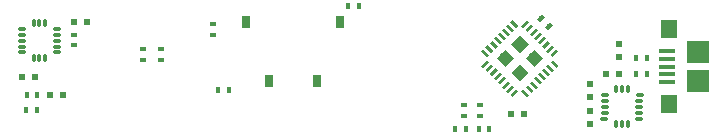
<source format=gbr>
G04 #@! TF.GenerationSoftware,KiCad,Pcbnew,(2016-12-18 revision 3ffa37c)-master*
G04 #@! TF.CreationDate,2017-03-26T15:10:27-07:00*
G04 #@! TF.ProjectId,Pensel,50656E73656C2E6B696361645F706362,rev?*
G04 #@! TF.FileFunction,Paste,Top*
G04 #@! TF.FilePolarity,Positive*
%FSLAX46Y46*%
G04 Gerber Fmt 4.6, Leading zero omitted, Abs format (unit mm)*
G04 Created by KiCad (PCBNEW (2016-12-18 revision 3ffa37c)-master) date Sunday, March 26, 2017 'PMt' 03:10:27 PM*
%MOMM*%
%LPD*%
G01*
G04 APERTURE LIST*
%ADD10C,0.100000*%
%ADD11R,1.350000X0.400000*%
%ADD12R,1.400000X1.600000*%
%ADD13R,1.900000X1.900000*%
%ADD14R,0.400000X0.600000*%
%ADD15C,0.250000*%
%ADD16C,1.035000*%
%ADD17O,0.300000X0.750000*%
%ADD18O,0.750000X0.300000*%
%ADD19C,0.400000*%
%ADD20R,0.500000X0.600000*%
%ADD21R,0.700000X1.000000*%
%ADD22R,0.600000X0.500000*%
%ADD23R,0.600000X0.400000*%
G04 APERTURE END LIST*
D10*
D11*
X105825000Y-143700000D03*
X105825000Y-144350000D03*
X105825000Y-146300000D03*
X105825000Y-145650000D03*
D12*
X106050000Y-148200000D03*
D13*
X108500000Y-146200000D03*
X108500000Y-143800000D03*
D12*
X106050000Y-141800000D03*
D11*
X105825000Y-145000000D03*
D14*
X90800000Y-150300000D03*
X89900000Y-150300000D03*
D15*
X92940381Y-141365507D03*
D10*
G36*
X92604505Y-141206408D02*
X92781282Y-141029631D01*
X93276257Y-141524606D01*
X93099480Y-141701383D01*
X92604505Y-141206408D01*
X92604505Y-141206408D01*
G37*
D15*
X92586827Y-141719060D03*
D10*
G36*
X92250951Y-141559961D02*
X92427728Y-141383184D01*
X92922703Y-141878159D01*
X92745926Y-142054936D01*
X92250951Y-141559961D01*
X92250951Y-141559961D01*
G37*
D15*
X92233274Y-142072614D03*
D10*
G36*
X91897398Y-141913515D02*
X92074175Y-141736738D01*
X92569150Y-142231713D01*
X92392373Y-142408490D01*
X91897398Y-141913515D01*
X91897398Y-141913515D01*
G37*
D15*
X91879720Y-142426167D03*
D10*
G36*
X91543844Y-142267068D02*
X91720621Y-142090291D01*
X92215596Y-142585266D01*
X92038819Y-142762043D01*
X91543844Y-142267068D01*
X91543844Y-142267068D01*
G37*
D15*
X91526167Y-142779720D03*
D10*
G36*
X91190291Y-142620621D02*
X91367068Y-142443844D01*
X91862043Y-142938819D01*
X91685266Y-143115596D01*
X91190291Y-142620621D01*
X91190291Y-142620621D01*
G37*
D15*
X91172614Y-143133274D03*
D10*
G36*
X90836738Y-142974175D02*
X91013515Y-142797398D01*
X91508490Y-143292373D01*
X91331713Y-143469150D01*
X90836738Y-142974175D01*
X90836738Y-142974175D01*
G37*
D15*
X90819060Y-143486827D03*
D10*
G36*
X90483184Y-143327728D02*
X90659961Y-143150951D01*
X91154936Y-143645926D01*
X90978159Y-143822703D01*
X90483184Y-143327728D01*
X90483184Y-143327728D01*
G37*
D15*
X90465507Y-143840381D03*
D10*
G36*
X90129631Y-143681282D02*
X90306408Y-143504505D01*
X90801383Y-143999480D01*
X90624606Y-144176257D01*
X90129631Y-143681282D01*
X90129631Y-143681282D01*
G37*
D15*
X90465507Y-144759619D03*
D10*
G36*
X90306408Y-145095495D02*
X90129631Y-144918718D01*
X90624606Y-144423743D01*
X90801383Y-144600520D01*
X90306408Y-145095495D01*
X90306408Y-145095495D01*
G37*
D15*
X90819060Y-145113173D03*
D10*
G36*
X90659961Y-145449049D02*
X90483184Y-145272272D01*
X90978159Y-144777297D01*
X91154936Y-144954074D01*
X90659961Y-145449049D01*
X90659961Y-145449049D01*
G37*
D15*
X91172614Y-145466726D03*
D10*
G36*
X91013515Y-145802602D02*
X90836738Y-145625825D01*
X91331713Y-145130850D01*
X91508490Y-145307627D01*
X91013515Y-145802602D01*
X91013515Y-145802602D01*
G37*
D15*
X91526167Y-145820280D03*
D10*
G36*
X91367068Y-146156156D02*
X91190291Y-145979379D01*
X91685266Y-145484404D01*
X91862043Y-145661181D01*
X91367068Y-146156156D01*
X91367068Y-146156156D01*
G37*
D15*
X91879720Y-146173833D03*
D10*
G36*
X91720621Y-146509709D02*
X91543844Y-146332932D01*
X92038819Y-145837957D01*
X92215596Y-146014734D01*
X91720621Y-146509709D01*
X91720621Y-146509709D01*
G37*
D15*
X92233274Y-146527386D03*
D10*
G36*
X92074175Y-146863262D02*
X91897398Y-146686485D01*
X92392373Y-146191510D01*
X92569150Y-146368287D01*
X92074175Y-146863262D01*
X92074175Y-146863262D01*
G37*
D15*
X92586827Y-146880940D03*
D10*
G36*
X92427728Y-147216816D02*
X92250951Y-147040039D01*
X92745926Y-146545064D01*
X92922703Y-146721841D01*
X92427728Y-147216816D01*
X92427728Y-147216816D01*
G37*
D15*
X92940381Y-147234493D03*
D10*
G36*
X92781282Y-147570369D02*
X92604505Y-147393592D01*
X93099480Y-146898617D01*
X93276257Y-147075394D01*
X92781282Y-147570369D01*
X92781282Y-147570369D01*
G37*
D15*
X93859619Y-147234493D03*
D10*
G36*
X93523743Y-147075394D02*
X93700520Y-146898617D01*
X94195495Y-147393592D01*
X94018718Y-147570369D01*
X93523743Y-147075394D01*
X93523743Y-147075394D01*
G37*
D15*
X94213173Y-146880940D03*
D10*
G36*
X93877297Y-146721841D02*
X94054074Y-146545064D01*
X94549049Y-147040039D01*
X94372272Y-147216816D01*
X93877297Y-146721841D01*
X93877297Y-146721841D01*
G37*
D15*
X94566726Y-146527386D03*
D10*
G36*
X94230850Y-146368287D02*
X94407627Y-146191510D01*
X94902602Y-146686485D01*
X94725825Y-146863262D01*
X94230850Y-146368287D01*
X94230850Y-146368287D01*
G37*
D15*
X94920280Y-146173833D03*
D10*
G36*
X94584404Y-146014734D02*
X94761181Y-145837957D01*
X95256156Y-146332932D01*
X95079379Y-146509709D01*
X94584404Y-146014734D01*
X94584404Y-146014734D01*
G37*
D15*
X95273833Y-145820280D03*
D10*
G36*
X94937957Y-145661181D02*
X95114734Y-145484404D01*
X95609709Y-145979379D01*
X95432932Y-146156156D01*
X94937957Y-145661181D01*
X94937957Y-145661181D01*
G37*
D15*
X95627386Y-145466726D03*
D10*
G36*
X95291510Y-145307627D02*
X95468287Y-145130850D01*
X95963262Y-145625825D01*
X95786485Y-145802602D01*
X95291510Y-145307627D01*
X95291510Y-145307627D01*
G37*
D15*
X95980940Y-145113173D03*
D10*
G36*
X95645064Y-144954074D02*
X95821841Y-144777297D01*
X96316816Y-145272272D01*
X96140039Y-145449049D01*
X95645064Y-144954074D01*
X95645064Y-144954074D01*
G37*
D15*
X96334493Y-144759619D03*
D10*
G36*
X95998617Y-144600520D02*
X96175394Y-144423743D01*
X96670369Y-144918718D01*
X96493592Y-145095495D01*
X95998617Y-144600520D01*
X95998617Y-144600520D01*
G37*
D15*
X96334493Y-143840381D03*
D10*
G36*
X96175394Y-144176257D02*
X95998617Y-143999480D01*
X96493592Y-143504505D01*
X96670369Y-143681282D01*
X96175394Y-144176257D01*
X96175394Y-144176257D01*
G37*
D15*
X95980940Y-143486827D03*
D10*
G36*
X95821841Y-143822703D02*
X95645064Y-143645926D01*
X96140039Y-143150951D01*
X96316816Y-143327728D01*
X95821841Y-143822703D01*
X95821841Y-143822703D01*
G37*
D15*
X95627386Y-143133274D03*
D10*
G36*
X95468287Y-143469150D02*
X95291510Y-143292373D01*
X95786485Y-142797398D01*
X95963262Y-142974175D01*
X95468287Y-143469150D01*
X95468287Y-143469150D01*
G37*
D15*
X95273833Y-142779720D03*
D10*
G36*
X95114734Y-143115596D02*
X94937957Y-142938819D01*
X95432932Y-142443844D01*
X95609709Y-142620621D01*
X95114734Y-143115596D01*
X95114734Y-143115596D01*
G37*
D15*
X94920280Y-142426167D03*
D10*
G36*
X94761181Y-142762043D02*
X94584404Y-142585266D01*
X95079379Y-142090291D01*
X95256156Y-142267068D01*
X94761181Y-142762043D01*
X94761181Y-142762043D01*
G37*
D15*
X94566726Y-142072614D03*
D10*
G36*
X94407627Y-142408490D02*
X94230850Y-142231713D01*
X94725825Y-141736738D01*
X94902602Y-141913515D01*
X94407627Y-142408490D01*
X94407627Y-142408490D01*
G37*
D15*
X94213173Y-141719060D03*
D10*
G36*
X94054074Y-142054936D02*
X93877297Y-141878159D01*
X94372272Y-141383184D01*
X94549049Y-141559961D01*
X94054074Y-142054936D01*
X94054074Y-142054936D01*
G37*
D15*
X93859619Y-141365507D03*
D10*
G36*
X93700520Y-141701383D02*
X93523743Y-141524606D01*
X94018718Y-141029631D01*
X94195495Y-141206408D01*
X93700520Y-141701383D01*
X93700520Y-141701383D01*
G37*
D16*
X93400000Y-145519759D03*
D10*
G36*
X92668144Y-145519759D02*
X93400000Y-144787903D01*
X94131856Y-145519759D01*
X93400000Y-146251615D01*
X92668144Y-145519759D01*
X92668144Y-145519759D01*
G37*
D16*
X94619759Y-144300000D03*
D10*
G36*
X93887903Y-144300000D02*
X94619759Y-143568144D01*
X95351615Y-144300000D01*
X94619759Y-145031856D01*
X93887903Y-144300000D01*
X93887903Y-144300000D01*
G37*
D16*
X92180241Y-144300000D03*
D10*
G36*
X91448385Y-144300000D02*
X92180241Y-143568144D01*
X92912097Y-144300000D01*
X92180241Y-145031856D01*
X91448385Y-144300000D01*
X91448385Y-144300000D01*
G37*
D16*
X93400000Y-143080241D03*
D10*
G36*
X92668144Y-143080241D02*
X93400000Y-142348385D01*
X94131856Y-143080241D01*
X93400000Y-143812097D01*
X92668144Y-143080241D01*
X92668144Y-143080241D01*
G37*
D17*
X52225000Y-141325000D03*
X52725000Y-141325000D03*
X53225000Y-141325000D03*
D18*
X54225000Y-141800000D03*
X54200000Y-142300000D03*
X54200000Y-142800000D03*
X54200000Y-143300000D03*
X54200000Y-143800000D03*
D17*
X53225000Y-144275000D03*
X52725000Y-144275000D03*
X52225000Y-144275000D03*
D18*
X51225000Y-143800000D03*
X51250000Y-143300000D03*
X51250000Y-142800000D03*
X51250000Y-142300000D03*
X51250000Y-141800000D03*
D14*
X88850000Y-150300000D03*
X87950000Y-150300000D03*
D19*
X95843198Y-141543198D03*
D10*
G36*
X95489645Y-141613909D02*
X95913909Y-141189645D01*
X96196751Y-141472487D01*
X95772487Y-141896751D01*
X95489645Y-141613909D01*
X95489645Y-141613909D01*
G37*
D19*
X95206802Y-140906802D03*
D10*
G36*
X94853249Y-140977513D02*
X95277513Y-140553249D01*
X95560355Y-140836091D01*
X95136091Y-141260355D01*
X94853249Y-140977513D01*
X94853249Y-140977513D01*
G37*
D18*
X100575000Y-147400000D03*
X100575000Y-147900000D03*
X100575000Y-148400000D03*
X100575000Y-148900000D03*
X100550000Y-149400000D03*
D17*
X101550000Y-149875000D03*
X102050000Y-149875000D03*
X102550000Y-149875000D03*
D18*
X103525000Y-149400000D03*
X103525000Y-148900000D03*
X103525000Y-148400000D03*
X103525000Y-147900000D03*
X103550000Y-147400000D03*
D17*
X102550000Y-146925000D03*
X102050000Y-146925000D03*
X101550000Y-146925000D03*
D20*
X101820000Y-143060000D03*
X101820000Y-144160000D03*
D21*
X72200000Y-146200000D03*
X70200000Y-141200000D03*
X76200000Y-146200000D03*
X78200000Y-141200000D03*
D20*
X99300000Y-149850000D03*
X99300000Y-148750000D03*
D22*
X56750000Y-141200000D03*
X55650000Y-141200000D03*
D20*
X99300000Y-146450000D03*
X99300000Y-147550000D03*
D22*
X51250000Y-145900000D03*
X52350000Y-145900000D03*
X93750000Y-149000000D03*
X92650000Y-149000000D03*
X101825000Y-145600000D03*
X100725000Y-145600000D03*
X53650000Y-147400000D03*
X54750000Y-147400000D03*
D23*
X88700000Y-148250000D03*
X88700000Y-149150000D03*
X90000000Y-149150000D03*
X90000000Y-148250000D03*
X61500000Y-143550000D03*
X61500000Y-144450000D03*
X63000000Y-144450000D03*
X63000000Y-143550000D03*
D14*
X103240000Y-144270000D03*
X104140000Y-144270000D03*
X104140000Y-145590000D03*
X103240000Y-145590000D03*
X52550000Y-147400000D03*
X51650000Y-147400000D03*
D23*
X67400000Y-142300000D03*
X67400000Y-141400000D03*
D14*
X68750000Y-147000000D03*
X67850000Y-147000000D03*
X78850000Y-139900000D03*
X79750000Y-139900000D03*
X52500000Y-148700000D03*
X51600000Y-148700000D03*
D23*
X55650000Y-142300000D03*
X55650000Y-143200000D03*
M02*

</source>
